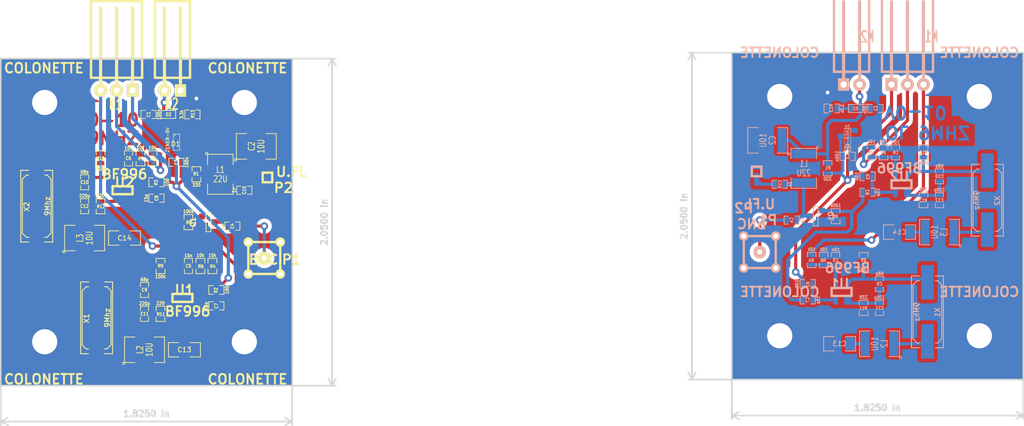
<source format=kicad_pcb>
(kicad_pcb (version 3) (host pcbnew "(2013-07-07 BZR 4022)-stable")
  (title_block (title "JK330-Oscillateur Local 09Mhz") (rev V0-10) (company F4DEB))
  (layers (15 Dessus.Cu signal) (0 Dessous.Cu signal hide))
  (net 0 "")
  (net 1 +12V)
  (net 2 GND)
  (net 3 N-000001)
  (net 4 N-0000012)
  (net 5 N-0000013)
  (net 6 N-0000014)
  (net 7 N-0000015)
  (net 8 N-0000016)
  (net 9 N-0000017)
  (net 10 N-0000018)
  (net 11 N-0000019)
  (net 12 N-0000020)
  (net 13 N-0000021)
  (net 14 N-0000022)
  (net 15 N-0000023)
  (net 16 N-0000024)
  (net 17 N-0000025)
  (net 18 N-0000026)
  (net 19 N-000003)
  (net 20 N-000004)
  (net 21 N-000005)
  (net 22 N-000008)
  (module SOT23 (layer Dessous.Cu) (at 215.4555 92.7735 270)
    (fp_text reference D1)
    (fp_text value ZENER-9V)
    (pad 3 smd rect (at 0 1.09982 270) (size 0.8001 1.00076) (layers Dessous.Cu Dessous.Pate Dessous.Masque) (net 12 N-0000020))
    (pad 2 smd rect (at 0.9525 -1.09982 270) (size 0.8001 1.00076) (layers Dessous.Cu Dessous.Pate Dessous.Masque) (net 2 GND))
    (pad 1 smd rect (at -0.9525 -1.09982 270) (size 0.8001 1.00076) (layers Dessous.Cu Dessous.Pate Dessous.Masque))
  )
  (module SOT143-B (layer Dessous.Cu) (at 215.4555 118.8085 180)
    (fp_text reference U1)
    (fp_text value BF996)
    (pad 4 smd rect (at 0 2.54 180) (size 0.70104 1.524) (layers Dessous.Cu Dessous.Pate Dessous.Masque) (net 15 N-0000023))
    (pad 3 smd rect (at 1.905 2.54 180) (size 0.70104 1.524) (layers Dessous.Cu Dessous.Pate Dessous.Masque) (net 21 N-000005))
    (pad 1 smd rect (at 0 0 180) (size 1.09982 1.50114) (layers Dessous.Cu Dessous.Pate Dessous.Masque) (net 16 N-0000024))
    (pad 2 smd rect (at 1.905 0 180) (size 0.70104 1.524) (layers Dessous.Cu Dessous.Pate Dessous.Masque) (net 3 N-000001))
  )
  (module SOT143-B (layer Dessous.Cu) (at 224.9805 101.6635 180)
    (fp_text reference U2)
    (fp_text value BF996)
    (pad 4 smd rect (at 0 2.54 180) (size 0.70104 1.524) (layers Dessous.Cu Dessous.Pate Dessous.Masque) (net 14 N-0000022))
    (pad 3 smd rect (at 1.905 2.54 180) (size 0.70104 1.524) (layers Dessous.Cu Dessous.Pate Dessous.Masque) (net 11 N-0000019))
    (pad 1 smd rect (at 0 0 180) (size 1.09982 1.50114) (layers Dessous.Cu Dessous.Pate Dessous.Masque) (net 13 N-0000021))
    (pad 2 smd rect (at 1.905 0 180) (size 0.70104 1.524) (layers Dessous.Cu Dessous.Pate Dessous.Masque) (net 17 N-0000025))
  )
  (module SMB (layer Dessous.Cu) (at 201.4855 111.1885 180)
    (fp_text reference P1)
    (fp_text value U.FL)
    (pad 1 thru_hole circle (at 0 0 180) (size 2 2) (drill 0.812799) (layers *.Cu *.Mask Dessous.SilkS) (net 6 N-0000014))
    (pad 2 thru_hole circle (at -2.54 2.54 180) (size 1.524 1.524) (drill 0.812799) (layers *.Cu *.Mask Dessous.SilkS) (net 2 GND))
    (pad 2 thru_hole circle (at 2.54 2.54 180) (size 1.524 1.524) (drill 0.812799) (layers *.Cu *.Mask Dessous.SilkS) (net 2 GND))
    (pad 2 thru_hole circle (at -2.54 -2.54 180) (size 1.524 1.524) (drill 0.812799) (layers *.Cu *.Mask Dessous.SilkS) (net 2 GND))
    (pad 2 thru_hole circle (at 2.54 -2.54 180) (size 1.524 1.524) (drill 0.812799) (layers *.Cu *.Mask Dessous.SilkS) (net 2 GND))
  )
  (module SM1812 (layer Dessous.Cu) (at 208.4705 97.8535 270)
    (fp_text reference L1)
    (fp_text value 22U)
    (pad 1 smd rect (at -2.286 0 270) (size 1.397 3.81) (layers Dessous.Cu Dessous.Pate Dessous.Masque) (net 1 +12V))
    (pad 2 smd rect (at 2.286 0 270) (size 1.397 3.81) (layers Dessous.Cu Dessous.Pate Dessous.Masque) (net 5 N-0000013))
  )
  (module SM1812 (layer Dessous.Cu) (at 220.5355 125.7935 180)
    (fp_text reference L2)
    (fp_text value 10U)
    (pad 1 smd rect (at -2.286 0 180) (size 1.397 3.81) (layers Dessous.Cu Dessous.Pate Dessous.Masque) (net 19 N-000003))
    (pad 2 smd rect (at 2.286 0 180) (size 1.397 3.81) (layers Dessous.Cu Dessous.Pate Dessous.Masque) (net 20 N-000004))
  )
  (module SM1812 (layer Dessous.Cu) (at 202.7555 93.4085 180)
    (fp_text reference C2)
    (fp_text value 10U)
    (pad 1 smd rect (at -2.286 0 180) (size 1.397 3.81) (layers Dessous.Cu Dessous.Pate Dessous.Masque) (net 1 +12V))
    (pad 2 smd rect (at 2.286 0 180) (size 1.397 3.81) (layers Dessous.Cu Dessous.Pate Dessous.Masque) (net 2 GND))
  )
  (module SM1812 (layer Dessous.Cu) (at 230.0605 108.0135 180)
    (fp_text reference L3)
    (fp_text value 10U)
    (pad 1 smd rect (at -2.286 0 180) (size 1.397 3.81) (layers Dessous.Cu Dessous.Pate Dessous.Masque) (net 9 N-0000017))
    (pad 2 smd rect (at 2.286 0 180) (size 1.397 3.81) (layers Dessous.Cu Dessous.Pate Dessous.Masque) (net 10 N-0000018))
  )
  (module SM1206 (layer Dessous.Cu) (at 223.7105 108.0135 180)
    (fp_text reference C14)
    (fp_text value 10/60p hide)
    (pad 1 smd rect (at -1.651 0 180) (size 1.524 2.032) (layers Dessous.Cu Dessous.Pate Dessous.Masque) (net 10 N-0000018))
    (pad 2 smd rect (at 1.651 0 180) (size 1.524 2.032) (layers Dessous.Cu Dessous.Pate Dessous.Masque) (net 2 GND))
  )
  (module SM1206 (layer Dessous.Cu) (at 214.1855 125.7935 180)
    (fp_text reference C13)
    (fp_text value 10/60p hide)
    (pad 1 smd rect (at -1.651 0 180) (size 1.524 2.032) (layers Dessous.Cu Dessous.Pate Dessous.Masque) (net 20 N-000004))
    (pad 2 smd rect (at 1.651 0 180) (size 1.524 2.032) (layers Dessous.Cu Dessous.Pate Dessous.Masque) (net 2 GND))
  )
  (module SM0603_Resistor (layer Dessous.Cu) (at 211.6455 112.4585 270)
    (fp_text reference R6)
    (fp_text value 10k)
    (pad 1 smd rect (at -0.762 0 270) (size 0.635 1.143) (layers Dessous.Cu Dessous.Pate Dessous.Masque) (net 2 GND))
    (pad 2 smd rect (at 0.762 0 270) (size 0.635 1.143) (layers Dessous.Cu Dessous.Pate Dessous.Masque) (net 21 N-000005))
  )
  (module SM0603_Resistor (layer Dessous.Cu) (at 209.1055 116.2685)
    (fp_text reference R2)
    (fp_text value 100)
    (pad 1 smd rect (at -0.762 0) (size 0.635 1.143) (layers Dessous.Cu Dessous.Pate Dessous.Masque) (net 12 N-0000020))
    (pad 2 smd rect (at 0.762 0) (size 0.635 1.143) (layers Dessous.Cu Dessous.Pate Dessous.Masque) (net 3 N-000001))
  )
  (module SM0603_Resistor (layer Dessous.Cu) (at 217.9955 120.0785 270)
    (fp_text reference R11)
    (fp_text value 220)
    (pad 1 smd rect (at -0.762 0 270) (size 0.635 1.143) (layers Dessous.Cu Dessous.Pate Dessous.Masque) (net 16 N-0000024))
    (pad 2 smd rect (at 0.762 0 270) (size 0.635 1.143) (layers Dessous.Cu Dessous.Pate Dessous.Masque) (net 2 GND))
  )
  (module SM0603_Resistor (layer Dessous.Cu) (at 217.9955 112.4585 90)
    (fp_text reference R9)
    (fp_text value 100k)
    (pad 1 smd rect (at -0.762 0 90) (size 0.635 1.143) (layers Dessous.Cu Dessous.Pate Dessous.Masque) (net 15 N-0000023))
    (pad 2 smd rect (at 0.762 0 90) (size 0.635 1.143) (layers Dessous.Cu Dessous.Pate Dessous.Masque) (net 2 GND))
  )
  (module SM0603_Resistor (layer Dessous.Cu) (at 209.7405 112.4585 270)
    (fp_text reference R4)
    (fp_text value 10k)
    (pad 1 smd rect (at -0.762 0 270) (size 0.635 1.143) (layers Dessous.Cu Dessous.Pate Dessous.Masque) (net 7 N-0000015))
    (pad 2 smd rect (at 0.762 0 270) (size 0.635 1.143) (layers Dessous.Cu Dessous.Pate Dessous.Masque) (net 21 N-000005))
  )
  (module SM0603_Resistor (layer Dessous.Cu) (at 212.2805 97.8535 90)
    (fp_text reference R1)
    (fp_text value 330)
    (pad 1 smd rect (at -0.762 0 90) (size 0.635 1.143) (layers Dessous.Cu Dessous.Pate Dessous.Masque) (net 12 N-0000020))
    (pad 2 smd rect (at 0.762 0 90) (size 0.635 1.143) (layers Dessous.Cu Dessous.Pate Dessous.Masque) (net 1 +12V))
  )
  (module SM0603_Resistor (layer Dessous.Cu) (at 213.5505 105.4735 270)
    (fp_text reference R8)
    (fp_text value 100k)
    (pad 1 smd rect (at -0.762 0 270) (size 0.635 1.143) (layers Dessous.Cu Dessous.Pate Dessous.Masque) (net 18 N-0000026))
    (pad 2 smd rect (at 0.762 0 270) (size 0.635 1.143) (layers Dessous.Cu Dessous.Pate Dessous.Masque) (net 2 GND))
  )
  (module SM0603_Resistor (layer Dessous.Cu) (at 218.6305 99.1235)
    (fp_text reference R3)
    (fp_text value 100)
    (pad 1 smd rect (at -0.762 0) (size 0.635 1.143) (layers Dessous.Cu Dessous.Pate Dessous.Masque) (net 12 N-0000020))
    (pad 2 smd rect (at 0.762 0) (size 0.635 1.143) (layers Dessous.Cu Dessous.Pate Dessous.Masque) (net 17 N-0000025))
  )
  (module SM0603_Resistor (layer Dessous.Cu) (at 219.2655 95.3135 270)
    (fp_text reference R5)
    (fp_text value 10k)
    (pad 1 smd rect (at -0.762 0 270) (size 0.635 1.143) (layers Dessous.Cu Dessous.Pate Dessous.Masque) (net 8 N-0000016))
    (pad 2 smd rect (at 0.762 0 270) (size 0.635 1.143) (layers Dessous.Cu Dessous.Pate Dessous.Masque) (net 11 N-0000019))
  )
  (module SM0603_Resistor (layer Dessous.Cu) (at 221.1705 95.3135 270)
    (fp_text reference R7)
    (fp_text value 10k)
    (pad 1 smd rect (at -0.762 0 270) (size 0.635 1.143) (layers Dessous.Cu Dessous.Pate Dessous.Masque) (net 2 GND))
    (pad 2 smd rect (at 0.762 0 270) (size 0.635 1.143) (layers Dessous.Cu Dessous.Pate Dessous.Masque) (net 11 N-0000019))
  )
  (module SM0603_Resistor (layer Dessous.Cu) (at 227.5205 102.9335 270)
    (fp_text reference R12)
    (fp_text value 220)
    (pad 1 smd rect (at -0.762 0 270) (size 0.635 1.143) (layers Dessous.Cu Dessous.Pate Dessous.Masque) (net 13 N-0000021))
    (pad 2 smd rect (at 0.762 0 270) (size 0.635 1.143) (layers Dessous.Cu Dessous.Pate Dessous.Masque) (net 2 GND))
  )
  (module SM0603_Resistor (layer Dessous.Cu) (at 227.5205 95.3135 90)
    (fp_text reference R10)
    (fp_text value 100k)
    (pad 1 smd rect (at -0.762 0 90) (size 0.635 1.143) (layers Dessous.Cu Dessous.Pate Dessous.Masque) (net 14 N-0000022))
    (pad 2 smd rect (at 0.762 0 90) (size 0.635 1.143) (layers Dessous.Cu Dessous.Pate Dessous.Masque) (net 2 GND))
  )
  (module SM0603_Resistor (layer Dessous.Cu) (at 212.9155 88.3285 180)
    (fp_text reference R13)
    (fp_text value 3.3k)
    (pad 1 smd rect (at -0.762 0 180) (size 0.635 1.143) (layers Dessous.Cu Dessous.Pate Dessous.Masque) (net 22 N-000008))
    (pad 2 smd rect (at 0.762 0 180) (size 0.635 1.143) (layers Dessous.Cu Dessous.Pate Dessous.Masque) (net 2 GND))
  )
  (module SM0603_Capa (layer Dessous.Cu) (at 219.9005 88.3285)
    (fp_text reference C1)
    (fp_text value 100n)
    (pad 1 smd rect (at -0.762 0) (size 0.635 1.143) (layers Dessous.Cu Dessous.Pate Dessous.Masque) (net 1 +12V))
    (pad 2 smd rect (at 0.762 0) (size 0.635 1.143) (layers Dessous.Cu Dessous.Pate Dessous.Masque) (net 2 GND))
  )
  (module SM0603_Capa (layer Dessous.Cu) (at 230.0605 99.1235 270)
    (fp_text reference C10)
    (fp_text value 68p)
    (pad 1 smd rect (at -0.762 0 270) (size 0.635 1.143) (layers Dessous.Cu Dessous.Pate Dessous.Masque) (net 14 N-0000022))
    (pad 2 smd rect (at 0.762 0 270) (size 0.635 1.143) (layers Dessous.Cu Dessous.Pate Dessous.Masque) (net 13 N-0000021))
  )
  (module SM0603_Capa (layer Dessous.Cu) (at 206.5655 106.1085 180)
    (fp_text reference C4)
    (fp_text value 1n)
    (pad 1 smd rect (at -0.762 0 180) (size 0.635 1.143) (layers Dessous.Cu Dessous.Pate Dessous.Masque) (net 5 N-0000013))
    (pad 2 smd rect (at 0.762 0 180) (size 0.635 1.143) (layers Dessous.Cu Dessous.Pate Dessous.Masque) (net 6 N-0000014))
  )
  (module SM0603_Capa (layer Dessous.Cu) (at 209.1055 118.8085 180)
    (fp_text reference C7)
    (fp_text value 15p)
    (pad 1 smd rect (at -0.762 0 180) (size 0.635 1.143) (layers Dessous.Cu Dessous.Pate Dessous.Masque) (net 3 N-000001))
    (pad 2 smd rect (at 0.762 0 180) (size 0.635 1.143) (layers Dessous.Cu Dessous.Pate Dessous.Masque) (net 18 N-0000026))
  )
  (module SM0603_Capa (layer Dessous.Cu) (at 213.5505 112.4585 270)
    (fp_text reference C5)
    (fp_text value 10n)
    (pad 1 smd rect (at -0.762 0 270) (size 0.635 1.143) (layers Dessous.Cu Dessous.Pate Dessous.Masque) (net 2 GND))
    (pad 2 smd rect (at 0.762 0 270) (size 0.635 1.143) (layers Dessous.Cu Dessous.Pate Dessous.Masque) (net 21 N-000005))
  )
  (module SM0603_Capa (layer Dessous.Cu) (at 220.5355 120.0785 270)
    (fp_text reference C11)
    (fp_text value 220p)
    (pad 1 smd rect (at -0.762 0 270) (size 0.635 1.143) (layers Dessous.Cu Dessous.Pate Dessous.Masque) (net 16 N-0000024))
    (pad 2 smd rect (at 0.762 0 270) (size 0.635 1.143) (layers Dessous.Cu Dessous.Pate Dessous.Masque) (net 2 GND))
  )
  (module SM0603_Capa (layer Dessous.Cu) (at 220.5355 116.2685 270)
    (fp_text reference C9)
    (fp_text value 68p)
    (pad 1 smd rect (at -0.762 0 270) (size 0.635 1.143) (layers Dessous.Cu Dessous.Pate Dessous.Masque) (net 15 N-0000023))
    (pad 2 smd rect (at 0.762 0 270) (size 0.635 1.143) (layers Dessous.Cu Dessous.Pate Dessous.Masque) (net 16 N-0000024))
  )
  (module SM0603_Capa (layer Dessous.Cu) (at 218.6305 101.6635 180)
    (fp_text reference C8)
    (fp_text value 15p)
    (pad 1 smd rect (at -0.762 0 180) (size 0.635 1.143) (layers Dessous.Cu Dessous.Pate Dessous.Masque) (net 17 N-0000025))
    (pad 2 smd rect (at 0.762 0 180) (size 0.635 1.143) (layers Dessous.Cu Dessous.Pate Dessous.Masque) (net 18 N-0000026))
  )
  (module SM0603_Capa (layer Dessous.Cu) (at 215.4555 95.9485)
    (fp_text reference C3)
    (fp_text value 100n)
    (pad 1 smd rect (at -0.762 0) (size 0.635 1.143) (layers Dessous.Cu Dessous.Pate Dessous.Masque) (net 12 N-0000020))
    (pad 2 smd rect (at 0.762 0) (size 0.635 1.143) (layers Dessous.Cu Dessous.Pate Dessous.Masque) (net 2 GND))
  )
  (module SM0603_Capa (layer Dessous.Cu) (at 223.0755 95.3135 270)
    (fp_text reference C6)
    (fp_text value 10n)
    (pad 1 smd rect (at -0.762 0 270) (size 0.635 1.143) (layers Dessous.Cu Dessous.Pate Dessous.Masque) (net 2 GND))
    (pad 2 smd rect (at 0.762 0 270) (size 0.635 1.143) (layers Dessous.Cu Dessous.Pate Dessous.Masque) (net 11 N-0000019))
  )
  (module SM0603_Capa (layer Dessous.Cu) (at 230.0605 102.9335 270)
    (fp_text reference C12)
    (fp_text value 220p)
    (pad 1 smd rect (at -0.762 0 270) (size 0.635 1.143) (layers Dessous.Cu Dessous.Pate Dessous.Masque) (net 13 N-0000021))
    (pad 2 smd rect (at 0.762 0 270) (size 0.635 1.143) (layers Dessous.Cu Dessous.Pate Dessous.Masque) (net 2 GND))
  )
  (module SM0603 (layer Dessous.Cu) (at 216.7255 88.3285 180)
    (fp_text reference D2)
    (fp_text value LED hide)
    (pad 1 smd rect (at -0.762 0 180) (size 0.635 1.143) (layers Dessous.Cu Dessous.Pate Dessous.Masque) (net 1 +12V))
    (pad 2 smd rect (at 0.762 0 180) (size 0.635 1.143) (layers Dessous.Cu Dessous.Pate Dessous.Masque) (net 22 N-000008))
  )
  (module SIL-3"1/2-3-HOR (layer Dessous.Cu) (at 227.5205 84.5185 180)
    (fp_text reference K1)
    (fp_text value CONN_3 hide)
    (pad 1 thru_hole rect (at 5.08 0 180) (size 1.80086 1.99898) (drill 1.00076) (layers *.Cu *.Mask Dessous.SilkS) (net 12 N-0000020))
    (pad 2 thru_hole circle (at 2.54 0 180) (size 1.99898 1.99898) (drill 1.00076) (layers *.Cu *.Mask Dessous.SilkS) (net 8 N-0000016))
    (pad 3 thru_hole circle (at 0 0 180) (size 1.99898 1.99898) (drill 1.00076) (layers *.Cu *.Mask Dessous.SilkS) (net 7 N-0000015))
  )
  (module Q_49U3HMS (layer Dessous.Cu) (at 228.1555 120.7135 90)
    (fp_text reference X1)
    (fp_text value 9Mhz)
    (pad 1 smd rect (at -4.699 0 90) (size 5.4991 1.99898) (layers Dessous.Cu Dessous.Pate Dessous.Masque) (net 19 N-000003))
    (pad 2 smd rect (at 4.699 0 90) (size 5.4991 1.99898) (layers Dessous.Cu Dessous.Pate Dessous.Masque) (net 15 N-0000023))
  )
  (module Q_49U3HMS (layer Dessous.Cu) (at 237.6805 102.9335 90)
    (fp_text reference X2)
    (fp_text value 9Mhz)
    (pad 1 smd rect (at -4.699 0 90) (size 5.4991 1.99898) (layers Dessous.Cu Dessous.Pate Dessous.Masque) (net 9 N-0000017))
    (pad 2 smd rect (at 4.699 0 90) (size 5.4991 1.99898) (layers Dessous.Cu Dessous.Pate Dessous.Masque) (net 14 N-0000022))
  )
  (module COLONETTE (layer Dessous.Cu) (at 204.6605 124.5235 180)
    (fp_text reference K3)
    (fp_text value COLONETTE)
    (pad 1 thru_hole circle (at 0 0 180) (size 8.99922 8.99922) (drill 4.000498) (layers *.Cu) (net 2 GND))
  )
  (module COLONETTE (layer Dessous.Cu) (at 236.4105 86.4235 180)
    (fp_text reference K4)
    (fp_text value COLONETTE)
    (pad 1 thru_hole circle (at 0 0 180) (size 8.99922 8.99922) (drill 4.000498) (layers *.Cu) (net 2 GND))
  )
  (module COLONETTE (layer Dessous.Cu) (at 236.4105 124.5235 180)
    (fp_text reference K5)
    (fp_text value COLONETTE)
    (pad 1 thru_hole circle (at 0 0 180) (size 8.99922 8.99922) (drill 4.000498) (layers *.Cu) (net 2 GND))
  )
  (module COLONETTE (layer Dessous.Cu) (at 204.6605 86.4235 180)
    (fp_text reference K6)
    (fp_text value COLONETTE)
    (pad 1 thru_hole circle (at 0 0 180) (size 8.99922 8.99922) (drill 4.000498) (layers *.Cu) (net 2 GND))
  )
  (module KK-2-HOR (layer Dessous.Cu) (at 217.3605 84.5185 180)
    (fp_text reference K2)
    (fp_text value CONN_2 hide)
    (pad 1 thru_hole rect (at 2.54 0 180) (size 1.80086 1.99898) (drill 1.00076) (layers *.Cu *.Mask Dessous.SilkS) (net 2 GND))
    (pad 2 thru_hole circle (at 0 0 180) (size 1.99898 1.99898) (drill 1.00076) (layers *.Cu *.Mask Dessous.SilkS) (net 1 +12V))
  )
  (module SOT23EBC (layer Dessous.Cu) (at 210.3755 105.4735 90)
    (fp_text reference Q1)
    (fp_text value BSN20 hide)
    (pad 1 smd rect (at -0.889 1.016 90) (size 0.9144 0.9144) (layers Dessous.Cu Dessous.Pate Dessous.Masque) (net 2 GND))
    (pad 2 smd rect (at 0.889 1.016 90) (size 0.9144 0.9144) (layers Dessous.Cu Dessous.Pate Dessous.Masque) (net 18 N-0000026))
    (pad 3 smd rect (at 0 -1.016 90) (size 0.9144 0.9144) (layers Dessous.Cu Dessous.Pate Dessous.Masque) (net 5 N-0000013))
  )
  (module SM0603_Capa (layer Dessous.Cu) (at 204.6605 100.3935 180)
    (fp_text reference C15)
    (fp_text value 1n)
    (pad 1 smd rect (at -0.762 0 180) (size 0.635 1.143) (layers Dessous.Cu Dessous.Pate Dessous.Masque) (net 5 N-0000013))
    (pad 2 smd rect (at 0.762 0 180) (size 0.635 1.143) (layers Dessous.Cu Dessous.Pate Dessous.Masque) (net 4 N-0000012))
  )
  (module U.FL (layer Dessous.Cu) (at 200.2155 99.1235)
    (fp_text reference P2)
    (fp_text value BNC)
    (pad 1 smd rect (at 0.762 0.508) (size 0.8 2) (layers Dessous.Cu Dessous.Pate Dessous.Masque) (net 4 N-0000012))
    (pad 2 smd rect (at 0.762 -2.54) (size 0.8 2) (layers Dessous.Cu Dessous.Pate Dessous.Masque) (net 2 GND))
    (pad 2 smd rect (at -0.508 -0.762) (size 0.8 2) (layers Dessous.Cu Dessous.Pate Dessous.Masque) (net 2 GND))
    (pad 2 smd rect (at 2.032 -0.762) (size 0.8 2) (layers Dessous.Cu Dessous.Pate Dessous.Masque) (net 2 GND))
  )
  (module U.FL (layer Dessus.Cu) (at 123.952 100.076 180)
    (fp_text reference P2)
    (fp_text value BNC)
    (pad 1 smd rect (at 0.762 -0.508 180) (size 0.8 2) (layers Dessus.Cu Dessus.Pate Dessus.Masque) (net 4 N-0000012))
    (pad 2 smd rect (at 0.762 2.54 180) (size 0.8 2) (layers Dessus.Cu Dessus.Pate Dessus.Masque) (net 2 GND))
    (pad 2 smd rect (at -0.508 0.762 180) (size 0.8 2) (layers Dessus.Cu Dessus.Pate Dessus.Masque) (net 2 GND))
    (pad 2 smd rect (at 2.032 0.762 180) (size 0.8 2) (layers Dessus.Cu Dessus.Pate Dessus.Masque) (net 2 GND))
  )
  (module SM0603_Capa (layer Dessus.Cu) (at 119.507 101.346)
    (fp_text reference C15)
    (fp_text value 1n)
    (pad 1 smd rect (at -0.762 0) (size 0.635 1.143) (layers Dessus.Cu Dessus.Pate Dessus.Masque) (net 5 N-0000013))
    (pad 2 smd rect (at 0.762 0) (size 0.635 1.143) (layers Dessus.Cu Dessus.Pate Dessus.Masque) (net 4 N-0000012))
  )
  (module SOT23EBC (layer Dessus.Cu) (at 113.792 106.426 90)
    (fp_text reference Q1)
    (fp_text value BSN20 hide)
    (pad 1 smd rect (at -0.889 -1.016 90) (size 0.9144 0.9144) (layers Dessus.Cu Dessus.Pate Dessus.Masque) (net 2 GND))
    (pad 2 smd rect (at 0.889 -1.016 90) (size 0.9144 0.9144) (layers Dessus.Cu Dessus.Pate Dessus.Masque) (net 18 N-0000026))
    (pad 3 smd rect (at 0 1.016 90) (size 0.9144 0.9144) (layers Dessus.Cu Dessus.Pate Dessus.Masque) (net 5 N-0000013))
  )
  (module KK-2-HOR (layer Dessus.Cu) (at 106.807 85.471)
    (fp_text reference K2)
    (fp_text value CONN_2 hide)
    (pad 1 thru_hole rect (at 2.54 0) (size 1.80086 1.99898) (drill 1.00076) (layers *.Cu *.Mask Dessus.SilkS) (net 2 GND))
    (pad 2 thru_hole circle (at 0 0) (size 1.99898 1.99898) (drill 1.00076) (layers *.Cu *.Mask Dessus.SilkS) (net 1 +12V))
  )
  (module COLONETTE (layer Dessus.Cu) (at 119.507 87.376)
    (fp_text reference K6)
    (fp_text value COLONETTE)
    (pad 1 thru_hole circle (at 0 0) (size 8.99922 8.99922) (drill 4.000498) (layers *.Cu) (net 2 GND))
  )
  (module COLONETTE (layer Dessus.Cu) (at 87.757 125.476)
    (fp_text reference K5)
    (fp_text value COLONETTE)
    (pad 1 thru_hole circle (at 0 0) (size 8.99922 8.99922) (drill 4.000498) (layers *.Cu) (net 2 GND))
  )
  (module COLONETTE (layer Dessus.Cu) (at 87.757 87.376)
    (fp_text reference K4)
    (fp_text value COLONETTE)
    (pad 1 thru_hole circle (at 0 0) (size 8.99922 8.99922) (drill 4.000498) (layers *.Cu) (net 2 GND))
  )
  (module COLONETTE (layer Dessus.Cu) (at 119.507 125.476)
    (fp_text reference K3)
    (fp_text value COLONETTE)
    (pad 1 thru_hole circle (at 0 0) (size 8.99922 8.99922) (drill 4.000498) (layers *.Cu) (net 2 GND))
  )
  (module Q_49U3HMS (layer Dessus.Cu) (at 86.487 103.886 90)
    (fp_text reference X2)
    (fp_text value 9Mhz)
    (pad 1 smd rect (at -4.699 0 90) (size 5.4991 1.99898) (layers Dessus.Cu Dessus.Pate Dessus.Masque) (net 9 N-0000017))
    (pad 2 smd rect (at 4.699 0 90) (size 5.4991 1.99898) (layers Dessus.Cu Dessus.Pate Dessus.Masque) (net 14 N-0000022))
  )
  (module Q_49U3HMS (layer Dessus.Cu) (at 96.012 121.666 90)
    (fp_text reference X1)
    (fp_text value 9Mhz)
    (pad 1 smd rect (at -4.699 0 90) (size 5.4991 1.99898) (layers Dessus.Cu Dessus.Pate Dessus.Masque) (net 19 N-000003))
    (pad 2 smd rect (at 4.699 0 90) (size 5.4991 1.99898) (layers Dessus.Cu Dessus.Pate Dessus.Masque) (net 15 N-0000023))
  )
  (module SIL-3"1/2-3-HOR (layer Dessus.Cu) (at 96.647 85.471)
    (fp_text reference K1)
    (fp_text value CONN_3 hide)
    (pad 1 thru_hole rect (at 5.08 0) (size 1.80086 1.99898) (drill 1.00076) (layers *.Cu *.Mask Dessus.SilkS) (net 12 N-0000020))
    (pad 2 thru_hole circle (at 2.54 0) (size 1.99898 1.99898) (drill 1.00076) (layers *.Cu *.Mask Dessus.SilkS) (net 8 N-0000016))
    (pad 3 thru_hole circle (at 0 0) (size 1.99898 1.99898) (drill 1.00076) (layers *.Cu *.Mask Dessus.SilkS) (net 7 N-0000015))
  )
  (module SM0603 (layer Dessus.Cu) (at 107.442 89.281)
    (fp_text reference D2)
    (fp_text value LED hide)
    (pad 1 smd rect (at -0.762 0) (size 0.635 1.143) (layers Dessus.Cu Dessus.Pate Dessus.Masque) (net 1 +12V))
    (pad 2 smd rect (at 0.762 0) (size 0.635 1.143) (layers Dessus.Cu Dessus.Pate Dessus.Masque) (net 22 N-000008))
  )
  (module SM0603_Capa (layer Dessus.Cu) (at 94.107 103.886 270)
    (fp_text reference C12)
    (fp_text value 220p)
    (pad 1 smd rect (at -0.762 0 270) (size 0.635 1.143) (layers Dessus.Cu Dessus.Pate Dessus.Masque) (net 13 N-0000021))
    (pad 2 smd rect (at 0.762 0 270) (size 0.635 1.143) (layers Dessus.Cu Dessus.Pate Dessus.Masque) (net 2 GND))
  )
  (module SM0603_Capa (layer Dessus.Cu) (at 101.092 96.266 270)
    (fp_text reference C6)
    (fp_text value 10n)
    (pad 1 smd rect (at -0.762 0 270) (size 0.635 1.143) (layers Dessus.Cu Dessus.Pate Dessus.Masque) (net 2 GND))
    (pad 2 smd rect (at 0.762 0 270) (size 0.635 1.143) (layers Dessus.Cu Dessus.Pate Dessus.Masque) (net 11 N-0000019))
  )
  (module SM0603_Capa (layer Dessus.Cu) (at 108.712 96.901 180)
    (fp_text reference C3)
    (fp_text value 100n)
    (pad 1 smd rect (at -0.762 0 180) (size 0.635 1.143) (layers Dessus.Cu Dessus.Pate Dessus.Masque) (net 12 N-0000020))
    (pad 2 smd rect (at 0.762 0 180) (size 0.635 1.143) (layers Dessus.Cu Dessus.Pate Dessus.Masque) (net 2 GND))
  )
  (module SM0603_Capa (layer Dessus.Cu) (at 105.537 102.616)
    (fp_text reference C8)
    (fp_text value 15p)
    (pad 1 smd rect (at -0.762 0) (size 0.635 1.143) (layers Dessus.Cu Dessus.Pate Dessus.Masque) (net 17 N-0000025))
    (pad 2 smd rect (at 0.762 0) (size 0.635 1.143) (layers Dessus.Cu Dessus.Pate Dessus.Masque) (net 18 N-0000026))
  )
  (module SM0603_Capa (layer Dessus.Cu) (at 103.632 117.221 270)
    (fp_text reference C9)
    (fp_text value 68p)
    (pad 1 smd rect (at -0.762 0 270) (size 0.635 1.143) (layers Dessus.Cu Dessus.Pate Dessus.Masque) (net 15 N-0000023))
    (pad 2 smd rect (at 0.762 0 270) (size 0.635 1.143) (layers Dessus.Cu Dessus.Pate Dessus.Masque) (net 16 N-0000024))
  )
  (module SM0603_Capa (layer Dessus.Cu) (at 103.632 121.031 270)
    (fp_text reference C11)
    (fp_text value 220p)
    (pad 1 smd rect (at -0.762 0 270) (size 0.635 1.143) (layers Dessus.Cu Dessus.Pate Dessus.Masque) (net 16 N-0000024))
    (pad 2 smd rect (at 0.762 0 270) (size 0.635 1.143) (layers Dessus.Cu Dessus.Pate Dessus.Masque) (net 2 GND))
  )
  (module SM0603_Capa (layer Dessus.Cu) (at 110.617 113.411 270)
    (fp_text reference C5)
    (fp_text value 10n)
    (pad 1 smd rect (at -0.762 0 270) (size 0.635 1.143) (layers Dessus.Cu Dessus.Pate Dessus.Masque) (net 2 GND))
    (pad 2 smd rect (at 0.762 0 270) (size 0.635 1.143) (layers Dessus.Cu Dessus.Pate Dessus.Masque) (net 21 N-000005))
  )
  (module SM0603_Capa (layer Dessus.Cu) (at 115.062 119.761)
    (fp_text reference C7)
    (fp_text value 15p)
    (pad 1 smd rect (at -0.762 0) (size 0.635 1.143) (layers Dessus.Cu Dessus.Pate Dessus.Masque) (net 3 N-000001))
    (pad 2 smd rect (at 0.762 0) (size 0.635 1.143) (layers Dessus.Cu Dessus.Pate Dessus.Masque) (net 18 N-0000026))
  )
  (module SM0603_Capa (layer Dessus.Cu) (at 117.602 107.061)
    (fp_text reference C4)
    (fp_text value 1n)
    (pad 1 smd rect (at -0.762 0) (size 0.635 1.143) (layers Dessus.Cu Dessus.Pate Dessus.Masque) (net 5 N-0000013))
    (pad 2 smd rect (at 0.762 0) (size 0.635 1.143) (layers Dessus.Cu Dessus.Pate Dessus.Masque) (net 6 N-0000014))
  )
  (module SM0603_Capa (layer Dessus.Cu) (at 94.107 100.076 270)
    (fp_text reference C10)
    (fp_text value 68p)
    (pad 1 smd rect (at -0.762 0 270) (size 0.635 1.143) (layers Dessus.Cu Dessus.Pate Dessus.Masque) (net 14 N-0000022))
    (pad 2 smd rect (at 0.762 0 270) (size 0.635 1.143) (layers Dessus.Cu Dessus.Pate Dessus.Masque) (net 13 N-0000021))
  )
  (module SM0603_Capa (layer Dessus.Cu) (at 104.267 89.281 180)
    (fp_text reference C1)
    (fp_text value 100n)
    (pad 1 smd rect (at -0.762 0 180) (size 0.635 1.143) (layers Dessus.Cu Dessus.Pate Dessus.Masque) (net 1 +12V))
    (pad 2 smd rect (at 0.762 0 180) (size 0.635 1.143) (layers Dessus.Cu Dessus.Pate Dessus.Masque) (net 2 GND))
  )
  (module SM0603_Resistor (layer Dessus.Cu) (at 111.252 89.281)
    (fp_text reference R13)
    (fp_text value 3.3k)
    (pad 1 smd rect (at -0.762 0) (size 0.635 1.143) (layers Dessus.Cu Dessus.Pate Dessus.Masque) (net 22 N-000008))
    (pad 2 smd rect (at 0.762 0) (size 0.635 1.143) (layers Dessus.Cu Dessus.Pate Dessus.Masque) (net 2 GND))
  )
  (module SM0603_Resistor (layer Dessus.Cu) (at 96.647 96.266 90)
    (fp_text reference R10)
    (fp_text value 100k)
    (pad 1 smd rect (at -0.762 0 90) (size 0.635 1.143) (layers Dessus.Cu Dessus.Pate Dessus.Masque) (net 14 N-0000022))
    (pad 2 smd rect (at 0.762 0 90) (size 0.635 1.143) (layers Dessus.Cu Dessus.Pate Dessus.Masque) (net 2 GND))
  )
  (module SM0603_Resistor (layer Dessus.Cu) (at 96.647 103.886 270)
    (fp_text reference R12)
    (fp_text value 220)
    (pad 1 smd rect (at -0.762 0 270) (size 0.635 1.143) (layers Dessus.Cu Dessus.Pate Dessus.Masque) (net 13 N-0000021))
    (pad 2 smd rect (at 0.762 0 270) (size 0.635 1.143) (layers Dessus.Cu Dessus.Pate Dessus.Masque) (net 2 GND))
  )
  (module SM0603_Resistor (layer Dessus.Cu) (at 102.997 96.266 270)
    (fp_text reference R7)
    (fp_text value 10k)
    (pad 1 smd rect (at -0.762 0 270) (size 0.635 1.143) (layers Dessus.Cu Dessus.Pate Dessus.Masque) (net 2 GND))
    (pad 2 smd rect (at 0.762 0 270) (size 0.635 1.143) (layers Dessus.Cu Dessus.Pate Dessus.Masque) (net 11 N-0000019))
  )
  (module SM0603_Resistor (layer Dessus.Cu) (at 104.902 96.266 270)
    (fp_text reference R5)
    (fp_text value 10k)
    (pad 1 smd rect (at -0.762 0 270) (size 0.635 1.143) (layers Dessus.Cu Dessus.Pate Dessus.Masque) (net 8 N-0000016))
    (pad 2 smd rect (at 0.762 0 270) (size 0.635 1.143) (layers Dessus.Cu Dessus.Pate Dessus.Masque) (net 11 N-0000019))
  )
  (module SM0603_Resistor (layer Dessus.Cu) (at 105.537 100.076 180)
    (fp_text reference R3)
    (fp_text value 100)
    (pad 1 smd rect (at -0.762 0 180) (size 0.635 1.143) (layers Dessus.Cu Dessus.Pate Dessus.Masque) (net 12 N-0000020))
    (pad 2 smd rect (at 0.762 0 180) (size 0.635 1.143) (layers Dessus.Cu Dessus.Pate Dessus.Masque) (net 17 N-0000025))
  )
  (module SM0603_Resistor (layer Dessus.Cu) (at 110.617 106.426 270)
    (fp_text reference R8)
    (fp_text value 100k)
    (pad 1 smd rect (at -0.762 0 270) (size 0.635 1.143) (layers Dessus.Cu Dessus.Pate Dessus.Masque) (net 18 N-0000026))
    (pad 2 smd rect (at 0.762 0 270) (size 0.635 1.143) (layers Dessus.Cu Dessus.Pate Dessus.Masque) (net 2 GND))
  )
  (module SM0603_Resistor (layer Dessus.Cu) (at 111.887 98.806 90)
    (fp_text reference R1)
    (fp_text value 330)
    (pad 1 smd rect (at -0.762 0 90) (size 0.635 1.143) (layers Dessus.Cu Dessus.Pate Dessus.Masque) (net 12 N-0000020))
    (pad 2 smd rect (at 0.762 0 90) (size 0.635 1.143) (layers Dessus.Cu Dessus.Pate Dessus.Masque) (net 1 +12V))
  )
  (module SM0603_Resistor (layer Dessus.Cu) (at 114.427 113.411 270)
    (fp_text reference R4)
    (fp_text value 10k)
    (pad 1 smd rect (at -0.762 0 270) (size 0.635 1.143) (layers Dessus.Cu Dessus.Pate Dessus.Masque) (net 7 N-0000015))
    (pad 2 smd rect (at 0.762 0 270) (size 0.635 1.143) (layers Dessus.Cu Dessus.Pate Dessus.Masque) (net 21 N-000005))
  )
  (module SM0603_Resistor (layer Dessus.Cu) (at 106.172 113.411 90)
    (fp_text reference R9)
    (fp_text value 100k)
    (pad 1 smd rect (at -0.762 0 90) (size 0.635 1.143) (layers Dessus.Cu Dessus.Pate Dessus.Masque) (net 15 N-0000023))
    (pad 2 smd rect (at 0.762 0 90) (size 0.635 1.143) (layers Dessus.Cu Dessus.Pate Dessus.Masque) (net 2 GND))
  )
  (module SM0603_Resistor (layer Dessus.Cu) (at 106.172 121.031 270)
    (fp_text reference R11)
    (fp_text value 220)
    (pad 1 smd rect (at -0.762 0 270) (size 0.635 1.143) (layers Dessus.Cu Dessus.Pate Dessus.Masque) (net 16 N-0000024))
    (pad 2 smd rect (at 0.762 0 270) (size 0.635 1.143) (layers Dessus.Cu Dessus.Pate Dessus.Masque) (net 2 GND))
  )
  (module SM0603_Resistor (layer Dessus.Cu) (at 115.062 117.221 180)
    (fp_text reference R2)
    (fp_text value 100)
    (pad 1 smd rect (at -0.762 0 180) (size 0.635 1.143) (layers Dessus.Cu Dessus.Pate Dessus.Masque) (net 12 N-0000020))
    (pad 2 smd rect (at 0.762 0 180) (size 0.635 1.143) (layers Dessus.Cu Dessus.Pate Dessus.Masque) (net 3 N-000001))
  )
  (module SM0603_Resistor (layer Dessus.Cu) (at 112.522 113.411 270)
    (fp_text reference R6)
    (fp_text value 10k)
    (pad 1 smd rect (at -0.762 0 270) (size 0.635 1.143) (layers Dessus.Cu Dessus.Pate Dessus.Masque) (net 2 GND))
    (pad 2 smd rect (at 0.762 0 270) (size 0.635 1.143) (layers Dessus.Cu Dessus.Pate Dessus.Masque) (net 21 N-000005))
  )
  (module SM1206 (layer Dessus.Cu) (at 109.982 126.746)
    (fp_text reference C13)
    (fp_text value 10/60p hide)
    (pad 1 smd rect (at -1.651 0) (size 1.524 2.032) (layers Dessus.Cu Dessus.Pate Dessus.Masque) (net 20 N-000004))
    (pad 2 smd rect (at 1.651 0) (size 1.524 2.032) (layers Dessus.Cu Dessus.Pate Dessus.Masque) (net 2 GND))
  )
  (module SM1206 (layer Dessus.Cu) (at 100.457 108.966)
    (fp_text reference C14)
    (fp_text value 10/60p hide)
    (pad 1 smd rect (at -1.651 0) (size 1.524 2.032) (layers Dessus.Cu Dessus.Pate Dessus.Masque) (net 10 N-0000018))
    (pad 2 smd rect (at 1.651 0) (size 1.524 2.032) (layers Dessus.Cu Dessus.Pate Dessus.Masque) (net 2 GND))
  )
  (module SM1812 (layer Dessus.Cu) (at 94.107 108.966)
    (fp_text reference L3)
    (fp_text value 10U)
    (pad 1 smd rect (at -2.286 0) (size 1.397 3.81) (layers Dessus.Cu Dessus.Pate Dessus.Masque) (net 9 N-0000017))
    (pad 2 smd rect (at 2.286 0) (size 1.397 3.81) (layers Dessus.Cu Dessus.Pate Dessus.Masque) (net 10 N-0000018))
  )
  (module SM1812 (layer Dessus.Cu) (at 121.412 94.361)
    (fp_text reference C2)
    (fp_text value 10U)
    (pad 1 smd rect (at -2.286 0) (size 1.397 3.81) (layers Dessus.Cu Dessus.Pate Dessus.Masque) (net 1 +12V))
    (pad 2 smd rect (at 2.286 0) (size 1.397 3.81) (layers Dessus.Cu Dessus.Pate Dessus.Masque) (net 2 GND))
  )
  (module SM1812 (layer Dessus.Cu) (at 103.632 126.746)
    (fp_text reference L2)
    (fp_text value 10U)
    (pad 1 smd rect (at -2.286 0) (size 1.397 3.81) (layers Dessus.Cu Dessus.Pate Dessus.Masque) (net 19 N-000003))
    (pad 2 smd rect (at 2.286 0) (size 1.397 3.81) (layers Dessus.Cu Dessus.Pate Dessus.Masque) (net 20 N-000004))
  )
  (module SM1812 (layer Dessus.Cu) (at 115.697 98.806 270)
    (fp_text reference L1)
    (fp_text value 22U)
    (pad 1 smd rect (at -2.286 0 270) (size 1.397 3.81) (layers Dessus.Cu Dessus.Pate Dessus.Masque) (net 1 +12V))
    (pad 2 smd rect (at 2.286 0 270) (size 1.397 3.81) (layers Dessus.Cu Dessus.Pate Dessus.Masque) (net 5 N-0000013))
  )
  (module SMB (layer Dessus.Cu) (at 122.682 112.141)
    (fp_text reference P1)
    (fp_text value U.FL)
    (pad 1 thru_hole circle (at 0 0) (size 2 2) (drill 0.812799) (layers *.Cu *.Mask Dessus.SilkS) (net 6 N-0000014))
    (pad 2 thru_hole circle (at -2.54 -2.54) (size 1.524 1.524) (drill 0.812799) (layers *.Cu *.Mask Dessus.SilkS) (net 2 GND))
    (pad 2 thru_hole circle (at 2.54 -2.54) (size 1.524 1.524) (drill 0.812799) (layers *.Cu *.Mask Dessus.SilkS) (net 2 GND))
    (pad 2 thru_hole circle (at -2.54 2.54) (size 1.524 1.524) (drill 0.812799) (layers *.Cu *.Mask Dessus.SilkS) (net 2 GND))
    (pad 2 thru_hole circle (at 2.54 2.54) (size 1.524 1.524) (drill 0.812799) (layers *.Cu *.Mask Dessus.SilkS) (net 2 GND))
  )
  (module SOT143-B (layer Dessus.Cu) (at 99.187 102.616)
    (fp_text reference U2)
    (fp_text value BF996)
    (pad 4 smd rect (at 0 -2.54) (size 0.70104 1.524) (layers Dessus.Cu Dessus.Pate Dessus.Masque) (net 14 N-0000022))
    (pad 3 smd rect (at 1.905 -2.54) (size 0.70104 1.524) (layers Dessus.Cu Dessus.Pate Dessus.Masque) (net 11 N-0000019))
    (pad 1 smd rect (at 0 0) (size 1.09982 1.50114) (layers Dessus.Cu Dessus.Pate Dessus.Masque) (net 13 N-0000021))
    (pad 2 smd rect (at 1.905 0) (size 0.70104 1.524) (layers Dessus.Cu Dessus.Pate Dessus.Masque) (net 17 N-0000025))
  )
  (module SOT143-B (layer Dessus.Cu) (at 108.712 119.761)
    (fp_text reference U1)
    (fp_text value BF996)
    (pad 4 smd rect (at 0 -2.54) (size 0.70104 1.524) (layers Dessus.Cu Dessus.Pate Dessus.Masque) (net 15 N-0000023))
    (pad 3 smd rect (at 1.905 -2.54) (size 0.70104 1.524) (layers Dessus.Cu Dessus.Pate Dessus.Masque) (net 21 N-000005))
    (pad 1 smd rect (at 0 0) (size 1.09982 1.50114) (layers Dessus.Cu Dessus.Pate Dessus.Masque) (net 16 N-0000024))
    (pad 2 smd rect (at 1.905 0) (size 0.70104 1.524) (layers Dessus.Cu Dessus.Pate Dessus.Masque) (net 3 N-000001))
  )
  (module SOT23 (layer Dessus.Cu) (at 108.712 93.726 270)
    (fp_text reference D1)
    (fp_text value ZENER-9V)
    (pad 3 smd rect (at 0 -1.09982 270) (size 0.8001 1.00076) (layers Dessus.Cu Dessus.Pate Dessus.Masque) (net 12 N-0000020))
    (pad 2 smd rect (at 0.9525 1.09982 270) (size 0.8001 1.00076) (layers Dessus.Cu Dessus.Pate Dessus.Masque) (net 2 GND))
    (pad 1 smd rect (at -0.9525 1.09982 270) (size 0.8001 1.00076) (layers Dessus.Cu Dessus.Pate Dessus.Masque))
  )
  (gr_text "V0-10\n" (at 226.2505 88.9635 180) (layer Dessous.Cu) (effects (font (size 2 2) (thickness 0.4)) (justify mirror)))
  (gr_text "OL 9MHZ" (at 228.1555 92.1385 180) (layer Dessous.Cu) (effects (font (size 2 2) (thickness 0.4)) (justify mirror)))
  (gr_text "OL 9MHZ" (at 96.012 93.091) (layer Dessus.Cu) (effects (font (size 2 2) (thickness 0.4))))
  (gr_text "V0-10\n" (at 97.79 90.17) (layer Dessus.Cu) (effects (font (size 2 2) (thickness 0.4))))
  (segment (start 208.4705 95.5675) (end 212.2805 95.5675) (width 0.5) (layer Dessous.Cu) (net 1))
  (segment (start 212.2805 95.5675) (end 212.2805 95.9485) (width 0.5) (layer Dessous.Cu) (net 1))
  (segment (start 205.0415 93.4085) (end 206.3115 93.4085) (width 0.5) (layer Dessous.Cu) (net 1))
  (segment (start 206.3115 93.4085) (end 208.4705 95.5675) (width 0.5) (layer Dessous.Cu) (net 1))
  (segment (start 212.2805 97.0915) (end 212.2805 95.9485) (width 0.5) (layer Dessous.Cu) (net 1))
  (segment (start 212.2805 95.9485) (end 212.2805 90.8685) (width 0.5) (layer Dessous.Cu) (net 1))
  (segment (start 212.2805 90.8685) (end 212.9155 90.2335) (width 0.5) (layer Dessous.Cu) (net 1))
  (segment (start 212.9155 90.2335) (end 216.7255 90.2335) (width 0.5) (layer Dessous.Cu) (net 1))
  (segment (start 216.7255 90.2335) (end 217.4875 89.4715) (width 0.5) (layer Dessous.Cu) (net 1))
  (segment (start 217.4875 89.4715) (end 217.4875 88.3285) (width 0.5) (layer Dessous.Cu) (net 1))
  (segment (start 217.4875 88.3285) (end 217.4875 86.5505) (width 0.5) (layer Dessous.Cu) (net 1))
  (segment (start 217.4875 86.5505) (end 217.3605 86.4235) (width 0.5) (layer Dessous.Cu) (net 1))
  (segment (start 217.6145 88.2015) (end 217.4875 88.3285) (width 0.5) (layer Dessous.Cu) (net 1))
  (segment (start 219.2655 88.2015) (end 217.6145 88.2015) (width 0.5) (layer Dessous.Cu) (net 1))
  (via (at 217.3605 86.4235) (size 1.2) (layers Dessus.Cu Dessous.Cu) (net 1))
  (segment (start 217.3605 86.4235) (end 217.3605 84.5185) (width 0.5) (layer Dessus.Cu) (net 1))
  (segment (start 104.902 89.154) (end 106.553 89.154) (width 0.5) (layer Dessus.Cu) (net 1))
  (segment (start 106.553 89.154) (end 106.68 89.281) (width 0.5) (layer Dessus.Cu) (net 1))
  (segment (start 106.807 87.376) (end 106.807 85.471) (width 0.5) (layer Dessous.Cu) (net 1))
  (via (at 106.807 87.376) (size 1.2) (layers Dessus.Cu Dessous.Cu) (net 1))
  (segment (start 106.68 87.503) (end 106.807 87.376) (width 0.5) (layer Dessus.Cu) (net 1))
  (segment (start 106.68 89.281) (end 106.68 87.503) (width 0.5) (layer Dessus.Cu) (net 1))
  (segment (start 106.68 90.424) (end 106.68 89.281) (width 0.5) (layer Dessus.Cu) (net 1))
  (segment (start 107.442 91.186) (end 106.68 90.424) (width 0.5) (layer Dessus.Cu) (net 1))
  (segment (start 111.252 91.186) (end 107.442 91.186) (width 0.5) (layer Dessus.Cu) (net 1))
  (segment (start 111.887 91.821) (end 111.252 91.186) (width 0.5) (layer Dessus.Cu) (net 1))
  (segment (start 111.887 96.901) (end 111.887 91.821) (width 0.5) (layer Dessus.Cu) (net 1))
  (segment (start 111.887 98.044) (end 111.887 96.901) (width 0.5) (layer Dessus.Cu) (net 1))
  (segment (start 117.856 94.361) (end 115.697 96.52) (width 0.5) (layer Dessus.Cu) (net 1))
  (segment (start 119.126 94.361) (end 117.856 94.361) (width 0.5) (layer Dessus.Cu) (net 1))
  (segment (start 111.887 96.52) (end 111.887 96.901) (width 0.5) (layer Dessus.Cu) (net 1))
  (segment (start 115.697 96.52) (end 111.887 96.52) (width 0.5) (layer Dessus.Cu) (net 1))
  (segment (start 198.9455 108.6485) (end 198.9455 99.1235) (width 0.5) (layer Dessous.Cu) (net 2))
  (segment (start 198.9455 99.1235) (end 199.7075 98.3615) (width 0.5) (layer Dessous.Cu) (net 2))
  (segment (start 204.0255 113.7285) (end 198.9455 113.7285) (width 0.5) (layer Dessous.Cu) (net 2))
  (segment (start 198.9455 113.7285) (end 198.9455 108.6485) (width 0.5) (layer Dessous.Cu) (net 2))
  (segment (start 204.0255 108.6485) (end 198.9455 108.6485) (width 0.5) (layer Dessous.Cu) (net 2))
  (segment (start 211.3915 106.3625) (end 210.7565 106.9975) (width 0.5) (layer Dessous.Cu) (net 2))
  (segment (start 204.1525 108.7755) (end 204.0255 108.6485) (width 0.5) (layer Dessous.Cu) (net 2))
  (segment (start 207.9625 108.7755) (end 204.1525 108.7755) (width 0.5) (layer Dessous.Cu) (net 2))
  (segment (start 209.7405 106.9975) (end 207.9625 108.7755) (width 0.5) (layer Dessous.Cu) (net 2))
  (segment (start 210.7565 106.9975) (end 209.7405 106.9975) (width 0.5) (layer Dessous.Cu) (net 2))
  (segment (start 200.9775 96.5835) (end 202.1205 96.5835) (width 0.5) (layer Dessous.Cu) (net 2))
  (segment (start 202.2475 97.0915) (end 202.2475 98.3615) (width 0.5) (layer Dessous.Cu) (net 2))
  (segment (start 202.7555 96.5835) (end 202.2475 97.0915) (width 0.5) (layer Dessous.Cu) (net 2))
  (segment (start 202.1205 96.5835) (end 202.7555 96.5835) (width 0.5) (layer Dessous.Cu) (net 2))
  (segment (start 200.9775 96.5835) (end 199.5805 96.5835) (width 0.5) (layer Dessous.Cu) (net 2))
  (segment (start 199.5805 96.5835) (end 199.7075 96.7105) (width 0.5) (layer Dessous.Cu) (net 2))
  (segment (start 199.7075 96.7105) (end 199.7075 98.3615) (width 0.5) (layer Dessous.Cu) (net 2))
  (segment (start 200.4695 93.4085) (end 200.4695 96.0755) (width 0.5) (layer Dessous.Cu) (net 2))
  (segment (start 200.4695 96.0755) (end 200.9775 96.5835) (width 0.5) (layer Dessous.Cu) (net 2))
  (segment (start 220.6625 88.3285) (end 220.6625 92.9005) (width 0.5) (layer Dessous.Cu) (net 2))
  (segment (start 220.6625 92.9005) (end 220.5355 92.7735) (width 0.5) (layer Dessous.Cu) (net 2))
  (segment (start 213.5505 111.6965) (end 217.4875 111.6965) (width 0.5) (layer Dessous.Cu) (net 2))
  (segment (start 217.4875 111.6965) (end 217.9955 111.1885) (width 0.5) (layer Dessous.Cu) (net 2))
  (segment (start 212.1535 88.3285) (end 212.1535 85.9155) (width 0.5) (layer Dessous.Cu) (net 2))
  (segment (start 212.1535 85.9155) (end 212.2805 85.7885) (width 0.5) (layer Dessous.Cu) (net 2))
  (segment (start 213.5505 111.6965) (end 211.6455 111.6965) (width 0.5) (layer Dessous.Cu) (net 2))
  (segment (start 222.0595 108.0135) (end 222.0595 111.6965) (width 0.5) (layer Dessous.Cu) (net 2))
  (segment (start 211.3915 106.3625) (end 213.4235 106.3625) (width 0.5) (layer Dessous.Cu) (net 2))
  (segment (start 213.4235 106.3625) (end 213.5505 106.2355) (width 0.5) (layer Dessous.Cu) (net 2))
  (segment (start 216.55532 93.726) (end 217.678 93.726) (width 0.5) (layer Dessous.Cu) (net 2))
  (segment (start 221.1705 93.4085) (end 221.1705 94.5515) (width 0.5) (layer Dessous.Cu) (net 2))
  (segment (start 220.5355 92.7735) (end 221.1705 93.4085) (width 0.5) (layer Dessous.Cu) (net 2))
  (segment (start 218.6305 92.7735) (end 220.5355 92.7735) (width 0.5) (layer Dessous.Cu) (net 2))
  (segment (start 217.678 93.726) (end 218.6305 92.7735) (width 0.5) (layer Dessous.Cu) (net 2))
  (segment (start 222.0595 108.0135) (end 222.0595 103.6955) (width 0.5) (layer Dessous.Cu) (net 2))
  (segment (start 222.0595 103.6955) (end 224.2185 103.6955) (width 0.5) (layer Dessous.Cu) (net 2))
  (segment (start 216.2175 95.9485) (end 216.2175 94.06382) (width 0.5) (layer Dessous.Cu) (net 2))
  (segment (start 216.2175 94.06382) (end 216.55532 93.726) (width 0.5) (layer Dessous.Cu) (net 2))
  (segment (start 220.5355 120.8405) (end 230.5685 120.8405) (width 0.5) (layer Dessous.Cu) (net 2))
  (segment (start 230.5685 120.8405) (end 231.9655 119.4435) (width 0.5) (layer Dessous.Cu) (net 2))
  (segment (start 231.9655 119.4435) (end 231.9655 112.4585) (width 0.5) (layer Dessous.Cu) (net 2))
  (segment (start 231.9655 112.4585) (end 231.2035 111.6965) (width 0.5) (layer Dessous.Cu) (net 2))
  (segment (start 231.2035 111.6965) (end 222.0595 111.6965) (width 0.5) (layer Dessous.Cu) (net 2))
  (segment (start 222.0595 111.6965) (end 217.9955 111.6965) (width 0.5) (layer Dessous.Cu) (net 2))
  (segment (start 212.5345 125.7935) (end 212.5345 123.6345) (width 0.5) (layer Dessous.Cu) (net 2))
  (segment (start 215.3285 120.8405) (end 217.9955 120.8405) (width 0.5) (layer Dessous.Cu) (net 2))
  (segment (start 212.5345 123.6345) (end 215.3285 120.8405) (width 0.5) (layer Dessous.Cu) (net 2))
  (segment (start 220.5355 120.8405) (end 217.9955 120.8405) (width 0.5) (layer Dessous.Cu) (net 2))
  (segment (start 230.0605 103.6955) (end 233.7435 103.6955) (width 0.5) (layer Dessous.Cu) (net 2))
  (segment (start 241.3635 94.5515) (end 227.5205 94.5515) (width 0.5) (layer Dessous.Cu) (net 2))
  (segment (start 241.4905 94.6785) (end 241.3635 94.5515) (width 0.5) (layer Dessous.Cu) (net 2))
  (segment (start 241.4905 102.2985) (end 241.4905 94.6785) (width 0.5) (layer Dessous.Cu) (net 2))
  (segment (start 240.8555 102.9335) (end 241.4905 102.2985) (width 0.5) (layer Dessous.Cu) (net 2))
  (segment (start 234.5055 102.9335) (end 240.8555 102.9335) (width 0.5) (layer Dessous.Cu) (net 2))
  (segment (start 233.7435 103.6955) (end 234.5055 102.9335) (width 0.5) (layer Dessous.Cu) (net 2))
  (segment (start 227.5205 103.6955) (end 224.2185 103.6955) (width 0.5) (layer Dessous.Cu) (net 2))
  (segment (start 230.0605 103.6955) (end 227.5205 103.6955) (width 0.5) (layer Dessous.Cu) (net 2))
  (segment (start 227.5205 94.5515) (end 223.0755 94.5515) (width 0.5) (layer Dessous.Cu) (net 2))
  (segment (start 221.1705 94.5515) (end 223.0755 94.5515) (width 0.5) (layer Dessous.Cu) (net 2))
  (segment (start 213.5505 84.5185) (end 214.8205 84.5185) (width 0.5) (layer Dessus.Cu) (net 2))
  (segment (start 212.2805 85.7885) (end 213.5505 84.5185) (width 0.5) (layer Dessus.Cu) (net 2))
  (via (at 212.2805 85.7885) (size 1.2) (layers Dessus.Cu Dessous.Cu) (net 2))
  (segment (start 102.997 95.504) (end 101.092 95.504) (width 0.5) (layer Dessus.Cu) (net 2))
  (segment (start 96.647 95.504) (end 101.092 95.504) (width 0.5) (layer Dessus.Cu) (net 2))
  (segment (start 94.107 104.648) (end 96.647 104.648) (width 0.5) (layer Dessus.Cu) (net 2))
  (segment (start 96.647 104.648) (end 99.949 104.648) (width 0.5) (layer Dessus.Cu) (net 2))
  (segment (start 90.424 104.648) (end 89.662 103.886) (width 0.5) (layer Dessus.Cu) (net 2))
  (segment (start 89.662 103.886) (end 83.312 103.886) (width 0.5) (layer Dessus.Cu) (net 2))
  (segment (start 83.312 103.886) (end 82.677 103.251) (width 0.5) (layer Dessus.Cu) (net 2))
  (segment (start 82.677 103.251) (end 82.677 95.631) (width 0.5) (layer Dessus.Cu) (net 2))
  (segment (start 82.677 95.631) (end 82.804 95.504) (width 0.5) (layer Dessus.Cu) (net 2))
  (segment (start 82.804 95.504) (end 96.647 95.504) (width 0.5) (layer Dessus.Cu) (net 2))
  (segment (start 94.107 104.648) (end 90.424 104.648) (width 0.5) (layer Dessus.Cu) (net 2))
  (segment (start 103.632 121.793) (end 106.172 121.793) (width 0.5) (layer Dessus.Cu) (net 2))
  (segment (start 111.633 124.587) (end 108.839 121.793) (width 0.5) (layer Dessus.Cu) (net 2))
  (segment (start 108.839 121.793) (end 106.172 121.793) (width 0.5) (layer Dessus.Cu) (net 2))
  (segment (start 111.633 126.746) (end 111.633 124.587) (width 0.5) (layer Dessus.Cu) (net 2))
  (segment (start 102.108 112.649) (end 106.172 112.649) (width 0.5) (layer Dessus.Cu) (net 2))
  (segment (start 92.964 112.649) (end 102.108 112.649) (width 0.5) (layer Dessus.Cu) (net 2))
  (segment (start 92.202 113.411) (end 92.964 112.649) (width 0.5) (layer Dessus.Cu) (net 2))
  (segment (start 92.202 120.396) (end 92.202 113.411) (width 0.5) (layer Dessus.Cu) (net 2))
  (segment (start 93.599 121.793) (end 92.202 120.396) (width 0.5) (layer Dessus.Cu) (net 2))
  (segment (start 103.632 121.793) (end 93.599 121.793) (width 0.5) (layer Dessus.Cu) (net 2))
  (segment (start 107.95 95.01632) (end 107.61218 94.6785) (width 0.5) (layer Dessus.Cu) (net 2))
  (segment (start 107.95 96.901) (end 107.95 95.01632) (width 0.5) (layer Dessus.Cu) (net 2))
  (segment (start 102.108 104.648) (end 99.949 104.648) (width 0.5) (layer Dessus.Cu) (net 2))
  (segment (start 102.108 108.966) (end 102.108 104.648) (width 0.5) (layer Dessus.Cu) (net 2))
  (segment (start 106.4895 94.6785) (end 105.537 93.726) (width 0.5) (layer Dessus.Cu) (net 2))
  (segment (start 105.537 93.726) (end 103.632 93.726) (width 0.5) (layer Dessus.Cu) (net 2))
  (segment (start 103.632 93.726) (end 102.997 94.361) (width 0.5) (layer Dessus.Cu) (net 2))
  (segment (start 102.997 94.361) (end 102.997 95.504) (width 0.5) (layer Dessus.Cu) (net 2))
  (segment (start 107.61218 94.6785) (end 106.4895 94.6785) (width 0.5) (layer Dessus.Cu) (net 2))
  (segment (start 110.744 107.315) (end 110.617 107.188) (width 0.5) (layer Dessus.Cu) (net 2))
  (segment (start 112.776 107.315) (end 110.744 107.315) (width 0.5) (layer Dessus.Cu) (net 2))
  (segment (start 102.108 108.966) (end 102.108 112.649) (width 0.5) (layer Dessus.Cu) (net 2))
  (segment (start 110.617 112.649) (end 112.522 112.649) (width 0.5) (layer Dessus.Cu) (net 2))
  (segment (start 112.014 86.868) (end 111.887 86.741) (width 0.5) (layer Dessus.Cu) (net 2))
  (via (at 111.887 86.741) (size 1.2) (layers Dessus.Cu Dessous.Cu) (net 2))
  (segment (start 111.887 86.741) (end 110.617 85.471) (width 0.5) (layer Dessous.Cu) (net 2))
  (segment (start 110.617 85.471) (end 109.347 85.471) (width 0.5) (layer Dessous.Cu) (net 2))
  (segment (start 112.014 89.281) (end 112.014 86.868) (width 0.5) (layer Dessus.Cu) (net 2))
  (segment (start 106.68 112.649) (end 106.172 112.141) (width 0.5) (layer Dessus.Cu) (net 2))
  (segment (start 110.617 112.649) (end 106.68 112.649) (width 0.5) (layer Dessus.Cu) (net 2))
  (segment (start 103.505 93.853) (end 103.632 93.726) (width 0.5) (layer Dessus.Cu) (net 2))
  (segment (start 103.505 89.281) (end 103.505 93.853) (width 0.5) (layer Dessus.Cu) (net 2))
  (segment (start 123.698 97.028) (end 123.19 97.536) (width 0.5) (layer Dessus.Cu) (net 2))
  (segment (start 123.698 94.361) (end 123.698 97.028) (width 0.5) (layer Dessus.Cu) (net 2))
  (segment (start 124.46 97.663) (end 124.46 99.314) (width 0.5) (layer Dessus.Cu) (net 2))
  (segment (start 124.587 97.536) (end 124.46 97.663) (width 0.5) (layer Dessus.Cu) (net 2))
  (segment (start 123.19 97.536) (end 124.587 97.536) (width 0.5) (layer Dessus.Cu) (net 2))
  (segment (start 122.047 97.536) (end 121.412 97.536) (width 0.5) (layer Dessus.Cu) (net 2))
  (segment (start 121.412 97.536) (end 121.92 98.044) (width 0.5) (layer Dessus.Cu) (net 2))
  (segment (start 121.92 98.044) (end 121.92 99.314) (width 0.5) (layer Dessus.Cu) (net 2))
  (segment (start 123.19 97.536) (end 122.047 97.536) (width 0.5) (layer Dessus.Cu) (net 2))
  (segment (start 113.411 107.95) (end 114.427 107.95) (width 0.5) (layer Dessus.Cu) (net 2))
  (segment (start 114.427 107.95) (end 116.205 109.728) (width 0.5) (layer Dessus.Cu) (net 2))
  (segment (start 116.205 109.728) (end 120.015 109.728) (width 0.5) (layer Dessus.Cu) (net 2))
  (segment (start 120.015 109.728) (end 120.142 109.601) (width 0.5) (layer Dessus.Cu) (net 2))
  (segment (start 112.776 107.315) (end 113.411 107.95) (width 0.5) (layer Dessus.Cu) (net 2))
  (segment (start 120.142 109.601) (end 125.222 109.601) (width 0.5) (layer Dessus.Cu) (net 2))
  (segment (start 125.222 114.681) (end 125.222 109.601) (width 0.5) (layer Dessus.Cu) (net 2))
  (segment (start 120.142 114.681) (end 125.222 114.681) (width 0.5) (layer Dessus.Cu) (net 2))
  (segment (start 125.222 100.076) (end 124.46 99.314) (width 0.5) (layer Dessus.Cu) (net 2))
  (segment (start 125.222 109.601) (end 125.222 100.076) (width 0.5) (layer Dessus.Cu) (net 2))
  (segment (start 213.5505 118.8085) (end 209.8675 118.8085) (width 0.5) (layer Dessous.Cu) (net 3))
  (segment (start 209.8675 116.2685) (end 209.8675 118.8085) (width 0.5) (layer Dessous.Cu) (net 3))
  (segment (start 114.3 117.221) (end 114.3 119.761) (width 0.5) (layer Dessus.Cu) (net 3))
  (segment (start 110.617 119.761) (end 114.3 119.761) (width 0.5) (layer Dessus.Cu) (net 3))
  (segment (start 203.8985 100.3935) (end 201.7395 100.3935) (width 0.5) (layer Dessous.Cu) (net 4))
  (segment (start 201.7395 100.3935) (end 200.9775 99.6315) (width 0.5) (layer Dessous.Cu) (net 4))
  (segment (start 122.428 101.346) (end 123.19 100.584) (width 0.5) (layer Dessus.Cu) (net 4))
  (segment (start 120.269 101.346) (end 122.428 101.346) (width 0.5) (layer Dessus.Cu) (net 4))
  (segment (start 205.4225 100.3935) (end 208.2165 100.3935) (width 0.5) (layer Dessous.Cu) (net 5))
  (segment (start 208.2165 100.3935) (end 208.4705 100.1395) (width 0.5) (layer Dessous.Cu) (net 5))
  (segment (start 208.4705 100.1395) (end 208.4705 105.4735) (width 0.5) (layer Dessous.Cu) (net 5))
  (segment (start 209.3595 105.4735) (end 208.4705 105.4735) (width 0.5) (layer Dessous.Cu) (net 5))
  (segment (start 208.4705 105.4735) (end 207.9625 105.4735) (width 0.5) (layer Dessous.Cu) (net 5))
  (segment (start 207.9625 105.4735) (end 207.3275 106.1085) (width 0.5) (layer Dessous.Cu) (net 5))
  (segment (start 116.205 106.426) (end 116.84 107.061) (width 0.5) (layer Dessus.Cu) (net 5))
  (segment (start 115.697 106.426) (end 116.205 106.426) (width 0.5) (layer Dessus.Cu) (net 5))
  (segment (start 114.808 106.426) (end 115.697 106.426) (width 0.5) (layer Dessus.Cu) (net 5))
  (segment (start 115.697 101.092) (end 115.697 106.426) (width 0.5) (layer Dessus.Cu) (net 5))
  (segment (start 115.951 101.346) (end 115.697 101.092) (width 0.5) (layer Dessus.Cu) (net 5))
  (segment (start 118.745 101.346) (end 115.951 101.346) (width 0.5) (layer Dessus.Cu) (net 5))
  (segment (start 205.8035 106.1085) (end 201.4855 106.1085) (width 0.5) (layer Dessous.Cu) (net 6))
  (segment (start 201.4855 106.1085) (end 201.4855 111.1885) (width 0.5) (layer Dessus.Cu) (net 6))
  (via (at 201.4855 106.1085) (size 1.2) (layers Dessus.Cu Dessous.Cu) (net 6))
  (via (at 122.682 107.061) (size 1.2) (layers Dessus.Cu Dessous.Cu) (net 6))
  (segment (start 122.682 107.061) (end 122.682 112.141) (width 0.5) (layer Dessous.Cu) (net 6))
  (segment (start 118.364 107.061) (end 122.682 107.061) (width 0.5) (layer Dessus.Cu) (net 6))
  (segment (start 219.2655 109.2835) (end 211.6455 109.2835) (width 0.5) (layer Dessous.Cu) (net 7))
  (segment (start 209.7405 111.1885) (end 209.7405 111.6965) (width 0.5) (layer Dessous.Cu) (net 7))
  (segment (start 211.6455 109.2835) (end 209.7405 111.1885) (width 0.5) (layer Dessous.Cu) (net 7))
  (segment (start 227.5205 101.0285) (end 227.5205 84.5185) (width 0.5) (layer Dessus.Cu) (net 7))
  (segment (start 219.2655 109.2835) (end 227.5205 101.0285) (width 0.5) (layer Dessus.Cu) (net 7))
  (via (at 219.2655 109.2835) (size 1.2) (layers Dessus.Cu Dessous.Cu) (net 7))
  (via (at 104.902 110.236) (size 1.2) (layers Dessus.Cu Dessous.Cu) (net 7))
  (segment (start 104.902 110.236) (end 96.647 101.981) (width 0.5) (layer Dessous.Cu) (net 7))
  (segment (start 96.647 101.981) (end 96.647 85.471) (width 0.5) (layer Dessous.Cu) (net 7))
  (segment (start 112.522 110.236) (end 114.427 112.141) (width 0.5) (layer Dessus.Cu) (net 7))
  (segment (start 114.427 112.141) (end 114.427 112.649) (width 0.5) (layer Dessus.Cu) (net 7))
  (segment (start 104.902 110.236) (end 112.522 110.236) (width 0.5) (layer Dessus.Cu) (net 7))
  (segment (start 218.1225 94.5515) (end 219.2655 94.5515) (width 0.5) (layer Dessous.Cu) (net 8))
  (segment (start 217.9955 94.6785) (end 218.1225 94.5515) (width 0.5) (layer Dessous.Cu) (net 8))
  (segment (start 217.9955 95.3135) (end 217.9955 94.6785) (width 0.5) (layer Dessous.Cu) (net 8))
  (segment (start 217.9955 97.2185) (end 217.9955 95.3135) (width 0.5) (layer Dessous.Cu) (net 8))
  (segment (start 224.9805 84.5185) (end 224.9805 90.2335) (width 0.5) (layer Dessus.Cu) (net 8))
  (via (at 217.9955 97.2185) (size 1.2) (layers Dessus.Cu Dessous.Cu) (net 8))
  (segment (start 224.9805 90.2335) (end 217.9955 97.2185) (width 0.5) (layer Dessus.Cu) (net 8))
  (segment (start 99.187 91.186) (end 106.172 98.171) (width 0.5) (layer Dessous.Cu) (net 8))
  (via (at 106.172 98.171) (size 1.2) (layers Dessus.Cu Dessous.Cu) (net 8))
  (segment (start 106.172 98.171) (end 106.172 96.266) (width 0.5) (layer Dessus.Cu) (net 8))
  (segment (start 106.172 96.266) (end 106.172 95.631) (width 0.5) (layer Dessus.Cu) (net 8))
  (segment (start 106.172 95.631) (end 106.045 95.504) (width 0.5) (layer Dessus.Cu) (net 8))
  (segment (start 106.045 95.504) (end 104.902 95.504) (width 0.5) (layer Dessus.Cu) (net 8))
  (segment (start 99.187 85.471) (end 99.187 91.186) (width 0.5) (layer Dessous.Cu) (net 8))
  (segment (start 232.3465 108.0135) (end 237.2995 108.0135) (width 0.5) (layer Dessous.Cu) (net 9))
  (segment (start 237.2995 108.0135) (end 237.6805 107.6325) (width 0.5) (layer Dessous.Cu) (net 9))
  (segment (start 86.868 108.966) (end 86.487 108.585) (width 0.5) (layer Dessus.Cu) (net 9))
  (segment (start 91.821 108.966) (end 86.868 108.966) (width 0.5) (layer Dessus.Cu) (net 9))
  (segment (start 227.7745 108.0135) (end 225.3615 108.0135) (width 0.5) (layer Dessous.Cu) (net 10))
  (segment (start 96.393 108.966) (end 98.806 108.966) (width 0.5) (layer Dessus.Cu) (net 10))
  (segment (start 221.1705 96.0755) (end 219.2655 96.0755) (width 0.5) (layer Dessous.Cu) (net 11))
  (segment (start 223.0755 96.0755) (end 221.1705 96.0755) (width 0.5) (layer Dessous.Cu) (net 11))
  (segment (start 223.0755 99.1235) (end 223.0755 96.0755) (width 0.5) (layer Dessous.Cu) (net 11))
  (segment (start 101.092 100.076) (end 101.092 97.028) (width 0.5) (layer Dessus.Cu) (net 11))
  (segment (start 101.092 97.028) (end 102.997 97.028) (width 0.5) (layer Dessus.Cu) (net 11))
  (segment (start 102.997 97.028) (end 104.902 97.028) (width 0.5) (layer Dessus.Cu) (net 11))
  (segment (start 214.6935 95.9485) (end 214.6935 98.2345) (width 0.5) (layer Dessous.Cu) (net 12))
  (segment (start 214.6935 98.2345) (end 214.3125 98.6155) (width 0.5) (layer Dessous.Cu) (net 12))
  (segment (start 217.8685 99.1235) (end 216.0905 99.1235) (width 0.5) (layer Dessous.Cu) (net 12))
  (segment (start 216.0905 99.1235) (end 215.4555 99.7585) (width 0.5) (layer Dessous.Cu) (net 12))
  (segment (start 212.2805 98.6155) (end 214.3125 98.6155) (width 0.5) (layer Dessous.Cu) (net 12))
  (segment (start 214.3125 98.6155) (end 215.4555 99.7585) (width 0.5) (layer Dessous.Cu) (net 12))
  (segment (start 216.0905 99.1235) (end 215.4555 99.7585) (width 0.5) (layer Dessous.Cu) (net 12))
  (segment (start 208.3435 115.5065) (end 208.3435 116.2685) (width 0.5) (layer Dessous.Cu) (net 12))
  (segment (start 207.2005 114.3635) (end 208.3435 115.5065) (width 0.5) (layer Dessous.Cu) (net 12))
  (segment (start 214.35568 92.7735) (end 214.35568 95.61068) (width 0.5) (layer Dessous.Cu) (net 12))
  (segment (start 214.35568 95.61068) (end 214.6935 95.9485) (width 0.5) (layer Dessous.Cu) (net 12))
  (segment (start 222.4405 84.5185) (end 222.4405 88.9635) (width 0.5) (layer Dessus.Cu) (net 12))
  (segment (start 215.4555 95.9485) (end 215.4555 99.7585) (width 0.5) (layer Dessus.Cu) (net 12))
  (segment (start 222.4405 88.9635) (end 215.4555 95.9485) (width 0.5) (layer Dessus.Cu) (net 12))
  (via (at 207.2005 114.3635) (size 1.2) (layers Dessus.Cu Dessous.Cu) (net 12))
  (segment (start 207.2005 108.0135) (end 207.2005 114.3635) (width 0.5) (layer Dessus.Cu) (net 12))
  (segment (start 215.4555 99.7585) (end 207.2005 108.0135) (width 0.5) (layer Dessus.Cu) (net 12))
  (via (at 215.4555 99.7585) (size 1.2) (layers Dessus.Cu Dessous.Cu) (net 12))
  (segment (start 109.81182 96.56318) (end 109.474 96.901) (width 0.5) (layer Dessus.Cu) (net 12))
  (segment (start 109.81182 93.726) (end 109.81182 96.56318) (width 0.5) (layer Dessus.Cu) (net 12))
  (via (at 108.712 100.711) (size 1.2) (layers Dessus.Cu Dessous.Cu) (net 12))
  (segment (start 108.712 100.711) (end 116.967 108.966) (width 0.5) (layer Dessous.Cu) (net 12))
  (segment (start 116.967 108.966) (end 116.967 115.316) (width 0.5) (layer Dessous.Cu) (net 12))
  (via (at 116.967 115.316) (size 1.2) (layers Dessus.Cu Dessous.Cu) (net 12))
  (segment (start 116.967 115.316) (end 115.824 116.459) (width 0.5) (layer Dessus.Cu) (net 12))
  (segment (start 115.824 116.459) (end 115.824 117.221) (width 0.5) (layer Dessus.Cu) (net 12))
  (segment (start 108.077 100.076) (end 108.712 100.711) (width 0.5) (layer Dessus.Cu) (net 12))
  (segment (start 109.855 99.568) (end 108.712 100.711) (width 0.5) (layer Dessus.Cu) (net 12))
  (segment (start 111.887 99.568) (end 109.855 99.568) (width 0.5) (layer Dessus.Cu) (net 12))
  (segment (start 108.077 100.076) (end 108.712 100.711) (width 0.5) (layer Dessus.Cu) (net 12))
  (segment (start 106.299 100.076) (end 108.077 100.076) (width 0.5) (layer Dessus.Cu) (net 12))
  (segment (start 109.474 99.187) (end 109.855 99.568) (width 0.5) (layer Dessus.Cu) (net 12))
  (segment (start 109.474 96.901) (end 109.474 99.187) (width 0.5) (layer Dessus.Cu) (net 12))
  (segment (start 101.727 89.916) (end 108.712 96.901) (width 0.5) (layer Dessous.Cu) (net 12))
  (segment (start 108.712 96.901) (end 108.712 100.711) (width 0.5) (layer Dessous.Cu) (net 12))
  (segment (start 101.727 85.471) (end 101.727 89.916) (width 0.5) (layer Dessous.Cu) (net 12))
  (segment (start 227.5205 102.1715) (end 225.4885 102.1715) (width 0.5) (layer Dessous.Cu) (net 13))
  (segment (start 225.4885 102.1715) (end 224.9805 101.6635) (width 0.5) (layer Dessous.Cu) (net 13))
  (segment (start 230.0605 102.1715) (end 227.5205 102.1715) (width 0.5) (layer Dessous.Cu) (net 13))
  (segment (start 230.0605 102.1715) (end 230.0605 99.8855) (width 0.5) (layer Dessous.Cu) (net 13))
  (segment (start 94.107 103.124) (end 94.107 100.838) (width 0.5) (layer Dessus.Cu) (net 13))
  (segment (start 94.107 103.124) (end 96.647 103.124) (width 0.5) (layer Dessus.Cu) (net 13))
  (segment (start 98.679 103.124) (end 99.187 102.616) (width 0.5) (layer Dessus.Cu) (net 13))
  (segment (start 96.647 103.124) (end 98.679 103.124) (width 0.5) (layer Dessus.Cu) (net 13))
  (segment (start 227.5205 98.3615) (end 225.7425 98.3615) (width 0.5) (layer Dessous.Cu) (net 14))
  (segment (start 225.7425 98.3615) (end 224.9805 99.1235) (width 0.5) (layer Dessous.Cu) (net 14))
  (segment (start 230.0605 98.3615) (end 237.5535 98.3615) (width 0.5) (layer Dessous.Cu) (net 14))
  (segment (start 237.5535 98.3615) (end 237.6805 98.2345) (width 0.5) (layer Dessous.Cu) (net 14))
  (segment (start 227.5205 98.3615) (end 227.5205 96.0755) (width 0.5) (layer Dessous.Cu) (net 14))
  (segment (start 227.5205 98.3615) (end 230.0605 98.3615) (width 0.5) (layer Dessous.Cu) (net 14))
  (segment (start 96.647 99.314) (end 94.107 99.314) (width 0.5) (layer Dessus.Cu) (net 14))
  (segment (start 96.647 99.314) (end 96.647 97.028) (width 0.5) (layer Dessus.Cu) (net 14))
  (segment (start 86.614 99.314) (end 86.487 99.187) (width 0.5) (layer Dessus.Cu) (net 14))
  (segment (start 94.107 99.314) (end 86.614 99.314) (width 0.5) (layer Dessus.Cu) (net 14))
  (segment (start 98.425 99.314) (end 99.187 100.076) (width 0.5) (layer Dessus.Cu) (net 14))
  (segment (start 96.647 99.314) (end 98.425 99.314) (width 0.5) (layer Dessus.Cu) (net 14))
  (segment (start 217.9955 113.2205) (end 217.9955 115.5065) (width 0.5) (layer Dessous.Cu) (net 15))
  (segment (start 216.2175 115.5065) (end 215.4555 116.2685) (width 0.5) (layer Dessous.Cu) (net 15))
  (segment (start 220.5355 115.5065) (end 227.6475 115.5065) (width 0.5) (layer Dessous.Cu) (net 15))
  (segment (start 227.6475 115.5065) (end 228.1555 116.0145) (width 0.5) (layer Dessous.Cu) (net 15))
  (segment (start 220.5355 115.5065) (end 217.9955 115.5065) (width 0.5) (layer Dessous.Cu) (net 15))
  (segment (start 217.9955 115.5065) (end 216.2175 115.5065) (width 0.5) (layer Dessous.Cu) (net 15))
  (segment (start 106.172 116.459) (end 107.95 116.459) (width 0.5) (layer Dessus.Cu) (net 15))
  (segment (start 103.632 116.459) (end 106.172 116.459) (width 0.5) (layer Dessus.Cu) (net 15))
  (segment (start 96.52 116.459) (end 96.012 116.967) (width 0.5) (layer Dessus.Cu) (net 15))
  (segment (start 103.632 116.459) (end 96.52 116.459) (width 0.5) (layer Dessus.Cu) (net 15))
  (segment (start 107.95 116.459) (end 108.712 117.221) (width 0.5) (layer Dessus.Cu) (net 15))
  (segment (start 106.172 114.173) (end 106.172 116.459) (width 0.5) (layer Dessus.Cu) (net 15))
  (segment (start 217.9955 119.3165) (end 215.9635 119.3165) (width 0.5) (layer Dessous.Cu) (net 16))
  (segment (start 215.9635 119.3165) (end 215.4555 118.8085) (width 0.5) (layer Dessous.Cu) (net 16))
  (segment (start 220.5355 119.3165) (end 215.9635 119.3165) (width 0.5) (layer Dessous.Cu) (net 16))
  (segment (start 215.9635 119.3165) (end 215.4555 118.8085) (width 0.5) (layer Dessous.Cu) (net 16))
  (segment (start 220.5355 119.3165) (end 220.5355 117.0305) (width 0.5) (layer Dessous.Cu) (net 16))
  (segment (start 103.632 120.269) (end 103.632 117.983) (width 0.5) (layer Dessus.Cu) (net 16))
  (segment (start 108.204 120.269) (end 108.712 119.761) (width 0.5) (layer Dessus.Cu) (net 16))
  (segment (start 103.632 120.269) (end 108.204 120.269) (width 0.5) (layer Dessus.Cu) (net 16))
  (segment (start 108.204 120.269) (end 108.712 119.761) (width 0.5) (layer Dessus.Cu) (net 16))
  (segment (start 106.172 120.269) (end 108.204 120.269) (width 0.5) (layer Dessus.Cu) (net 16))
  (segment (start 219.3925 99.1235) (end 219.3925 101.6635) (width 0.5) (layer Dessous.Cu) (net 17))
  (segment (start 219.3925 101.6635) (end 219.3925 98.4885) (width 0.5) (layer Dessous.Cu) (net 17))
  (segment (start 219.3925 101.6635) (end 223.0755 101.6635) (width 0.5) (layer Dessous.Cu) (net 17))
  (segment (start 104.775 102.616) (end 101.092 102.616) (width 0.5) (layer Dessus.Cu) (net 17))
  (segment (start 104.775 102.616) (end 104.775 99.441) (width 0.5) (layer Dessus.Cu) (net 17))
  (segment (start 104.775 100.076) (end 104.775 102.616) (width 0.5) (layer Dessus.Cu) (net 17))
  (segment (start 213.5505 108.0135) (end 210.3755 108.0135) (width 0.5) (layer Dessous.Cu) (net 18))
  (segment (start 206.5655 118.8085) (end 208.3435 118.8085) (width 0.5) (layer Dessous.Cu) (net 18))
  (segment (start 205.9305 118.1735) (end 206.5655 118.8085) (width 0.5) (layer Dessous.Cu) (net 18))
  (segment (start 205.9305 112.4585) (end 205.9305 118.1735) (width 0.5) (layer Dessous.Cu) (net 18))
  (segment (start 210.3755 108.0135) (end 205.9305 112.4585) (width 0.5) (layer Dessous.Cu) (net 18))
  (segment (start 216.0905 104.7115) (end 216.0905 107.3785) (width 0.5) (layer Dessous.Cu) (net 18))
  (segment (start 215.4555 108.0135) (end 213.5505 108.0135) (width 0.5) (layer Dessous.Cu) (net 18))
  (segment (start 216.0905 107.3785) (end 215.4555 108.0135) (width 0.5) (layer Dessous.Cu) (net 18))
  (segment (start 217.8685 101.6635) (end 217.8685 103.0605) (width 0.5) (layer Dessous.Cu) (net 18))
  (segment (start 216.2175 104.7115) (end 216.0905 104.7115) (width 0.5) (layer Dessous.Cu) (net 18))
  (segment (start 216.0905 104.7115) (end 213.5505 104.7115) (width 0.5) (layer Dessous.Cu) (net 18))
  (segment (start 217.8685 103.0605) (end 216.2175 104.7115) (width 0.5) (layer Dessous.Cu) (net 18))
  (segment (start 211.3915 104.5845) (end 213.4235 104.5845) (width 0.5) (layer Dessous.Cu) (net 18))
  (segment (start 213.4235 104.5845) (end 213.5505 104.7115) (width 0.5) (layer Dessous.Cu) (net 18))
  (segment (start 110.744 105.537) (end 110.617 105.664) (width 0.5) (layer Dessus.Cu) (net 18))
  (segment (start 112.776 105.537) (end 110.744 105.537) (width 0.5) (layer Dessus.Cu) (net 18))
  (segment (start 106.299 104.013) (end 107.95 105.664) (width 0.5) (layer Dessus.Cu) (net 18))
  (segment (start 108.077 105.664) (end 110.617 105.664) (width 0.5) (layer Dessus.Cu) (net 18))
  (segment (start 107.95 105.664) (end 108.077 105.664) (width 0.5) (layer Dessus.Cu) (net 18))
  (segment (start 106.299 102.616) (end 106.299 104.013) (width 0.5) (layer Dessus.Cu) (net 18))
  (segment (start 108.077 108.331) (end 108.712 108.966) (width 0.5) (layer Dessus.Cu) (net 18))
  (segment (start 108.712 108.966) (end 110.617 108.966) (width 0.5) (layer Dessus.Cu) (net 18))
  (segment (start 108.077 105.664) (end 108.077 108.331) (width 0.5) (layer Dessus.Cu) (net 18))
  (segment (start 113.792 108.966) (end 118.237 113.411) (width 0.5) (layer Dessus.Cu) (net 18))
  (segment (start 118.237 113.411) (end 118.237 119.126) (width 0.5) (layer Dessus.Cu) (net 18))
  (segment (start 118.237 119.126) (end 117.602 119.761) (width 0.5) (layer Dessus.Cu) (net 18))
  (segment (start 117.602 119.761) (end 115.824 119.761) (width 0.5) (layer Dessus.Cu) (net 18))
  (segment (start 110.617 108.966) (end 113.792 108.966) (width 0.5) (layer Dessus.Cu) (net 18))
  (segment (start 222.8215 125.7935) (end 227.7745 125.7935) (width 0.5) (layer Dessous.Cu) (net 19))
  (segment (start 227.7745 125.7935) (end 228.1555 125.4125) (width 0.5) (layer Dessous.Cu) (net 19))
  (segment (start 96.393 126.746) (end 96.012 126.365) (width 0.5) (layer Dessus.Cu) (net 19))
  (segment (start 101.346 126.746) (end 96.393 126.746) (width 0.5) (layer Dessus.Cu) (net 19))
  (segment (start 218.2495 125.7935) (end 215.8365 125.7935) (width 0.5) (layer Dessous.Cu) (net 20))
  (segment (start 105.918 126.746) (end 108.331 126.746) (width 0.5) (layer Dessus.Cu) (net 20))
  (segment (start 213.5505 116.2685) (end 213.5505 113.2205) (width 0.5) (layer Dessous.Cu) (net 21))
  (segment (start 213.5505 113.2205) (end 211.6455 113.2205) (width 0.5) (layer Dessous.Cu) (net 21))
  (segment (start 211.6455 113.2205) (end 209.7405 113.2205) (width 0.5) (layer Dessous.Cu) (net 21))
  (segment (start 112.522 114.173) (end 114.427 114.173) (width 0.5) (layer Dessus.Cu) (net 21))
  (segment (start 110.617 114.173) (end 112.522 114.173) (width 0.5) (layer Dessus.Cu) (net 21))
  (segment (start 110.617 117.221) (end 110.617 114.173) (width 0.5) (layer Dessus.Cu) (net 21))
  (segment (start 215.9635 88.3285) (end 213.6775 88.3285) (width 0.5) (layer Dessous.Cu) (net 22))
  (segment (start 108.204 89.281) (end 110.49 89.281) (width 0.5) (layer Dessus.Cu) (net 22))
  (zone (net 2) (net_name GND) (layer Dessous.Cu) (connect_pads yes (clearance 0.608)) (min_thickness 0.254) (fill (arc_segments 16) (thermal_gap 0.508) (thermal_bridge_width 0.508))
    (polygon (pts (xy 127.127 132.461) (xy 80.772 132.461) (xy 80.772 80.391) (xy 127.127 80.391) (xy 127.127 132.461)))
  )
  (zone (net 2) (net_name GND) (layer Dessus.Cu) (connect_pads yes (clearance 0.608)) (min_thickness 0.254) (fill (arc_segments 16) (thermal_gap 0.508) (thermal_bridge_width 0.508))
    (polygon (pts (xy 80.772 80.391) (xy 127.127 80.391) (xy 127.127 132.461) (xy 80.772 132.461)))
  )
  (zone (net 2) (net_name GND) (layer Dessus.Cu) (connect_pads yes (clearance 0.608)) (min_thickness 0.254) (fill (arc_segments 16) (thermal_gap 0.508) (thermal_bridge_width 0.508))
    (polygon (pts (xy 197.0405 131.5085) (xy 243.3955 131.5085) (xy 243.3955 79.4385) (xy 197.0405 79.4385) (xy 197.0405 131.5085)))
  )
  (zone (net 2) (net_name GND) (layer Dessous.Cu) (connect_pads yes (clearance 0.608)) (min_thickness 0.254) (fill (arc_segments 16) (thermal_gap 0.508) (thermal_bridge_width 0.508))
    (polygon (pts (xy 243.3955 79.4385) (xy 197.0405 79.4385) (xy 197.0405 131.5085) (xy 243.3955 131.5085)))
  )
)
</source>
